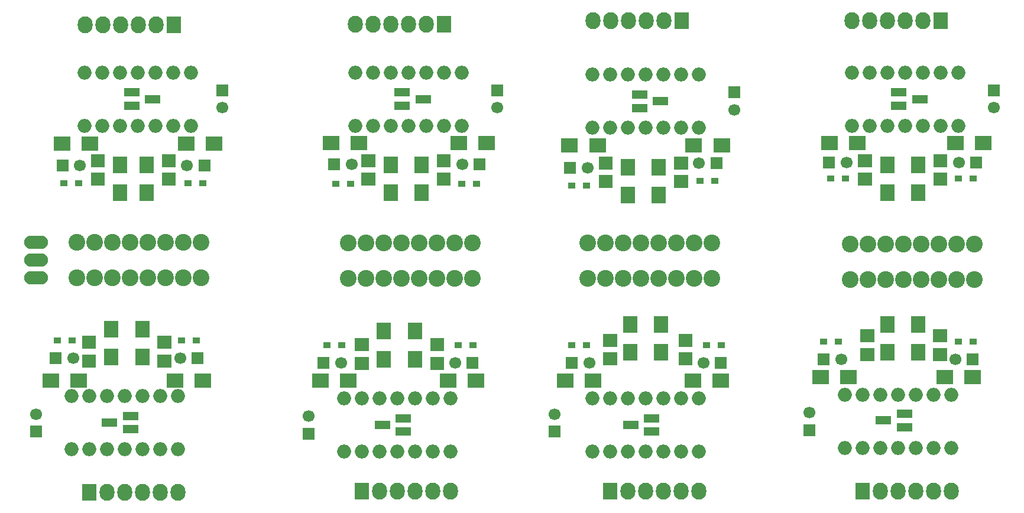
<source format=gts>
G04 #@! TF.FileFunction,Soldermask,Top*
%FSLAX46Y46*%
G04 Gerber Fmt 4.6, Leading zero omitted, Abs format (unit mm)*
G04 Created by KiCad (PCBNEW 4.0.0-stable) date 3/20/2016 3:51:15 PM*
%MOMM*%
G01*
G04 APERTURE LIST*
%ADD10C,0.100000*%
%ADD11O,2.000000X2.000000*%
%ADD12R,1.700000X1.700000*%
%ADD13C,1.700000*%
%ADD14R,0.990000X0.850000*%
%ADD15R,2.100000X2.400000*%
%ADD16R,2.400000X2.100000*%
%ADD17R,2.200860X1.200100*%
%ADD18R,0.798780X1.901140*%
%ADD19R,2.127200X2.432000*%
%ADD20O,2.127200X2.432000*%
%ADD21C,2.400000*%
%ADD22O,3.414980X1.906220*%
G04 APERTURE END LIST*
D10*
D11*
X66357500Y-62547500D03*
X63817500Y-62547500D03*
X61277500Y-62547500D03*
X58737500Y-62547500D03*
X56197500Y-62547500D03*
X53657500Y-62547500D03*
X51117500Y-62547500D03*
X51117500Y-70167500D03*
X53657500Y-70167500D03*
X56197500Y-70167500D03*
X58737500Y-70167500D03*
X61277500Y-70167500D03*
X63817500Y-70167500D03*
X66357500Y-70167500D03*
D12*
X70802500Y-65087500D03*
D13*
X70802500Y-67587500D03*
D12*
X110172500Y-65087500D03*
D13*
X110172500Y-67587500D03*
D12*
X144145000Y-65405000D03*
D13*
X144145000Y-67905000D03*
D12*
X181292500Y-65087500D03*
D13*
X181292500Y-67587500D03*
D12*
X44132500Y-113982500D03*
D13*
X44132500Y-111482500D03*
D12*
X83185000Y-114300000D03*
D13*
X83185000Y-111800000D03*
D12*
X118427500Y-113982500D03*
D13*
X118427500Y-111482500D03*
D12*
X154940000Y-113792000D03*
D13*
X154940000Y-111292000D03*
D14*
X48157500Y-78422500D03*
X50267500Y-78422500D03*
X68047500Y-78422500D03*
X65937500Y-78422500D03*
X87083000Y-78486000D03*
X89193000Y-78486000D03*
X107227000Y-78486000D03*
X105117000Y-78486000D03*
X120865000Y-78740000D03*
X122975000Y-78740000D03*
X141390000Y-78105000D03*
X139280000Y-78105000D03*
X157949000Y-77724000D03*
X160059000Y-77724000D03*
X178347000Y-77724000D03*
X176237000Y-77724000D03*
X67095000Y-100965000D03*
X64985000Y-100965000D03*
X47205000Y-100965000D03*
X49315000Y-100965000D03*
X106719000Y-101600000D03*
X104609000Y-101600000D03*
X85813000Y-101600000D03*
X87923000Y-101600000D03*
X142279000Y-101600000D03*
X140169000Y-101600000D03*
X120865000Y-101600000D03*
X122975000Y-101600000D03*
X178347000Y-101092000D03*
X176237000Y-101092000D03*
X156933000Y-101092000D03*
X159043000Y-101092000D03*
D15*
X60007500Y-79787500D03*
X60007500Y-75787500D03*
X56197500Y-79787500D03*
X56197500Y-75787500D03*
D16*
X47847500Y-72707500D03*
X51847500Y-72707500D03*
X69627500Y-72707500D03*
X65627500Y-72707500D03*
D15*
X99377500Y-79787500D03*
X99377500Y-75787500D03*
X94932500Y-79787500D03*
X94932500Y-75787500D03*
D16*
X86392000Y-72644000D03*
X90392000Y-72644000D03*
X108680000Y-72644000D03*
X104680000Y-72644000D03*
D15*
X133350000Y-80105000D03*
X133350000Y-76105000D03*
X128905000Y-80105000D03*
X128905000Y-76105000D03*
D16*
X120555000Y-73025000D03*
X124555000Y-73025000D03*
X142335000Y-73025000D03*
X138335000Y-73025000D03*
D15*
X170497500Y-79787500D03*
X170497500Y-75787500D03*
X166052500Y-79787500D03*
X166052500Y-75787500D03*
D16*
X157766000Y-72644000D03*
X161766000Y-72644000D03*
X179800000Y-72644000D03*
X175800000Y-72644000D03*
D15*
X54927500Y-99282500D03*
X54927500Y-103282500D03*
X59372500Y-99282500D03*
X59372500Y-103282500D03*
D16*
X68040000Y-106680000D03*
X64040000Y-106680000D03*
X46260000Y-106680000D03*
X50260000Y-106680000D03*
D15*
X93980000Y-99600000D03*
X93980000Y-103600000D03*
X98425000Y-99600000D03*
X98425000Y-103600000D03*
D16*
X107156000Y-106680000D03*
X103156000Y-106680000D03*
X84868000Y-106680000D03*
X88868000Y-106680000D03*
D15*
X129222500Y-98647500D03*
X129222500Y-102647500D03*
X133667500Y-98647500D03*
X133667500Y-102647500D03*
D16*
X142208000Y-106680000D03*
X138208000Y-106680000D03*
X119920000Y-106680000D03*
X123920000Y-106680000D03*
D15*
X166052500Y-98647500D03*
X166052500Y-102647500D03*
X170497500Y-98647500D03*
X170497500Y-102647500D03*
D16*
X178276000Y-106172000D03*
X174276000Y-106172000D03*
X156496000Y-106172000D03*
X160496000Y-106172000D03*
D17*
X57871360Y-65407500D03*
X57871360Y-67307500D03*
X60873640Y-66357500D03*
D18*
X53672740Y-75186540D03*
X53022500Y-75186540D03*
X52372260Y-75186540D03*
X52372260Y-77848460D03*
X53022500Y-77848460D03*
X53672740Y-77848460D03*
X63832740Y-75186540D03*
X63182500Y-75186540D03*
X62532260Y-75186540D03*
X62532260Y-77848460D03*
X63182500Y-77848460D03*
X63832740Y-77848460D03*
D17*
X96606360Y-65407500D03*
X96606360Y-67307500D03*
X99608640Y-66357500D03*
D18*
X92407740Y-75186540D03*
X91757500Y-75186540D03*
X91107260Y-75186540D03*
X91107260Y-77848460D03*
X91757500Y-77848460D03*
X92407740Y-77848460D03*
X103202740Y-75186540D03*
X102552500Y-75186540D03*
X101902260Y-75186540D03*
X101902260Y-77848460D03*
X102552500Y-77848460D03*
X103202740Y-77848460D03*
D17*
X130578860Y-65725000D03*
X130578860Y-67625000D03*
X133581140Y-66675000D03*
D18*
X126380240Y-75504040D03*
X125730000Y-75504040D03*
X125079760Y-75504040D03*
X125079760Y-78165960D03*
X125730000Y-78165960D03*
X126380240Y-78165960D03*
X137175240Y-75504040D03*
X136525000Y-75504040D03*
X135874760Y-75504040D03*
X135874760Y-78165960D03*
X136525000Y-78165960D03*
X137175240Y-78165960D03*
D17*
X167726360Y-65407500D03*
X167726360Y-67307500D03*
X170728640Y-66357500D03*
D18*
X163527740Y-75186540D03*
X162877500Y-75186540D03*
X162227260Y-75186540D03*
X162227260Y-77848460D03*
X162877500Y-77848460D03*
X163527740Y-77848460D03*
X174322740Y-75186540D03*
X173672500Y-75186540D03*
X173022260Y-75186540D03*
X173022260Y-77848460D03*
X173672500Y-77848460D03*
X174322740Y-77848460D03*
D17*
X57698640Y-113662500D03*
X57698640Y-111762500D03*
X54696360Y-112712500D03*
D18*
X61897260Y-103883460D03*
X62547500Y-103883460D03*
X63197740Y-103883460D03*
X63197740Y-101221540D03*
X62547500Y-101221540D03*
X61897260Y-101221540D03*
X51102260Y-103883460D03*
X51752500Y-103883460D03*
X52402740Y-103883460D03*
X52402740Y-101221540D03*
X51752500Y-101221540D03*
X51102260Y-101221540D03*
D17*
X96751140Y-113980000D03*
X96751140Y-112080000D03*
X93748860Y-113030000D03*
D18*
X100949760Y-104200960D03*
X101600000Y-104200960D03*
X102250240Y-104200960D03*
X102250240Y-101539040D03*
X101600000Y-101539040D03*
X100949760Y-101539040D03*
X90154760Y-104200960D03*
X90805000Y-104200960D03*
X91455240Y-104200960D03*
X91455240Y-101539040D03*
X90805000Y-101539040D03*
X90154760Y-101539040D03*
D17*
X132311140Y-113980000D03*
X132311140Y-112080000D03*
X129308860Y-113030000D03*
D18*
X136509760Y-103565960D03*
X137160000Y-103565960D03*
X137810240Y-103565960D03*
X137810240Y-100904040D03*
X137160000Y-100904040D03*
X136509760Y-100904040D03*
X125714760Y-103565960D03*
X126365000Y-103565960D03*
X127015240Y-103565960D03*
X127015240Y-100904040D03*
X126365000Y-100904040D03*
X125714760Y-100904040D03*
D17*
X168506140Y-113345000D03*
X168506140Y-111445000D03*
X165503860Y-112395000D03*
D18*
X172958760Y-102930960D03*
X173609000Y-102930960D03*
X174259240Y-102930960D03*
X174259240Y-100269040D03*
X173609000Y-100269040D03*
X172958760Y-100269040D03*
X162544760Y-102930960D03*
X163195000Y-102930960D03*
X163845240Y-102930960D03*
X163845240Y-100269040D03*
X163195000Y-100269040D03*
X162544760Y-100269040D03*
D11*
X160020000Y-116332000D03*
X162560000Y-116332000D03*
X165100000Y-116332000D03*
X167640000Y-116332000D03*
X170180000Y-116332000D03*
X172720000Y-116332000D03*
X175260000Y-116332000D03*
X175260000Y-108712000D03*
X172720000Y-108712000D03*
X170180000Y-108712000D03*
X167640000Y-108712000D03*
X165100000Y-108712000D03*
X162560000Y-108712000D03*
X160020000Y-108712000D03*
X123825000Y-116840000D03*
X126365000Y-116840000D03*
X128905000Y-116840000D03*
X131445000Y-116840000D03*
X133985000Y-116840000D03*
X136525000Y-116840000D03*
X139065000Y-116840000D03*
X139065000Y-109220000D03*
X136525000Y-109220000D03*
X133985000Y-109220000D03*
X131445000Y-109220000D03*
X128905000Y-109220000D03*
X126365000Y-109220000D03*
X123825000Y-109220000D03*
X88265000Y-116840000D03*
X90805000Y-116840000D03*
X93345000Y-116840000D03*
X95885000Y-116840000D03*
X98425000Y-116840000D03*
X100965000Y-116840000D03*
X103505000Y-116840000D03*
X103505000Y-109220000D03*
X100965000Y-109220000D03*
X98425000Y-109220000D03*
X95885000Y-109220000D03*
X93345000Y-109220000D03*
X90805000Y-109220000D03*
X88265000Y-109220000D03*
X49212500Y-116522500D03*
X51752500Y-116522500D03*
X54292500Y-116522500D03*
X56832500Y-116522500D03*
X59372500Y-116522500D03*
X61912500Y-116522500D03*
X64452500Y-116522500D03*
X64452500Y-108902500D03*
X61912500Y-108902500D03*
X59372500Y-108902500D03*
X56832500Y-108902500D03*
X54292500Y-108902500D03*
X51752500Y-108902500D03*
X49212500Y-108902500D03*
X176212500Y-62547500D03*
X173672500Y-62547500D03*
X171132500Y-62547500D03*
X168592500Y-62547500D03*
X166052500Y-62547500D03*
X163512500Y-62547500D03*
X160972500Y-62547500D03*
X160972500Y-70167500D03*
X163512500Y-70167500D03*
X166052500Y-70167500D03*
X168592500Y-70167500D03*
X171132500Y-70167500D03*
X173672500Y-70167500D03*
X176212500Y-70167500D03*
X139065000Y-62865000D03*
X136525000Y-62865000D03*
X133985000Y-62865000D03*
X131445000Y-62865000D03*
X128905000Y-62865000D03*
X126365000Y-62865000D03*
X123825000Y-62865000D03*
X123825000Y-70485000D03*
X126365000Y-70485000D03*
X128905000Y-70485000D03*
X131445000Y-70485000D03*
X133985000Y-70485000D03*
X136525000Y-70485000D03*
X139065000Y-70485000D03*
X105092500Y-62547500D03*
X102552500Y-62547500D03*
X100012500Y-62547500D03*
X97472500Y-62547500D03*
X94932500Y-62547500D03*
X92392500Y-62547500D03*
X89852500Y-62547500D03*
X89852500Y-70167500D03*
X92392500Y-70167500D03*
X94932500Y-70167500D03*
X97472500Y-70167500D03*
X100012500Y-70167500D03*
X102552500Y-70167500D03*
X105092500Y-70167500D03*
D12*
X47942500Y-75882500D03*
D13*
X50442500Y-75882500D03*
D12*
X68262500Y-75882500D03*
D13*
X65762500Y-75882500D03*
D12*
X86868000Y-75692000D03*
D13*
X89368000Y-75692000D03*
D12*
X107696000Y-75692000D03*
D13*
X105196000Y-75692000D03*
D12*
X120650000Y-76200000D03*
D13*
X123150000Y-76200000D03*
D12*
X141605000Y-75565000D03*
D13*
X139105000Y-75565000D03*
D12*
X157734000Y-75438000D03*
D13*
X160234000Y-75438000D03*
D12*
X178816000Y-75438000D03*
D13*
X176316000Y-75438000D03*
D12*
X67310000Y-103505000D03*
D13*
X64810000Y-103505000D03*
D12*
X46990000Y-103505000D03*
D13*
X49490000Y-103505000D03*
D12*
X106680000Y-104140000D03*
D13*
X104180000Y-104140000D03*
D12*
X85344000Y-104140000D03*
D13*
X87844000Y-104140000D03*
D12*
X142240000Y-104140000D03*
D13*
X139740000Y-104140000D03*
D12*
X120904000Y-104140000D03*
D13*
X123404000Y-104140000D03*
D12*
X178308000Y-103632000D03*
D13*
X175808000Y-103632000D03*
D12*
X156972000Y-103632000D03*
D13*
X159472000Y-103632000D03*
D19*
X63881000Y-55753000D03*
D20*
X61341000Y-55753000D03*
X58801000Y-55753000D03*
X56261000Y-55753000D03*
X53721000Y-55753000D03*
X51181000Y-55753000D03*
D19*
X102616000Y-55626000D03*
D20*
X100076000Y-55626000D03*
X97536000Y-55626000D03*
X94996000Y-55626000D03*
X92456000Y-55626000D03*
X89916000Y-55626000D03*
D19*
X136652000Y-55118000D03*
D20*
X134112000Y-55118000D03*
X131572000Y-55118000D03*
X129032000Y-55118000D03*
X126492000Y-55118000D03*
X123952000Y-55118000D03*
D19*
X173736000Y-55118000D03*
D20*
X171196000Y-55118000D03*
X168656000Y-55118000D03*
X166116000Y-55118000D03*
X163576000Y-55118000D03*
X161036000Y-55118000D03*
D19*
X51765200Y-122682000D03*
D20*
X54305200Y-122682000D03*
X56845200Y-122682000D03*
X59385200Y-122682000D03*
X61925200Y-122682000D03*
X64465200Y-122682000D03*
D19*
X90805000Y-122555000D03*
D20*
X93345000Y-122555000D03*
X95885000Y-122555000D03*
X98425000Y-122555000D03*
X100965000Y-122555000D03*
X103505000Y-122555000D03*
D19*
X126365000Y-122555000D03*
D20*
X128905000Y-122555000D03*
X131445000Y-122555000D03*
X133985000Y-122555000D03*
X136525000Y-122555000D03*
X139065000Y-122555000D03*
D19*
X162560000Y-122555000D03*
D20*
X165100000Y-122555000D03*
X167640000Y-122555000D03*
X170180000Y-122555000D03*
X172720000Y-122555000D03*
X175260000Y-122555000D03*
D21*
X178562000Y-87122000D03*
X176022000Y-87122000D03*
X173482000Y-87122000D03*
X170942000Y-87122000D03*
X168402000Y-87122000D03*
X165862000Y-87122000D03*
X163322000Y-87122000D03*
X160782000Y-87122000D03*
X160782000Y-87122000D03*
X163322000Y-87122000D03*
X165862000Y-87122000D03*
X168402000Y-87122000D03*
X170942000Y-87122000D03*
X173482000Y-87122000D03*
X176022000Y-87122000D03*
X178562000Y-87122000D03*
X178562000Y-92202000D03*
X176022000Y-92202000D03*
X173482000Y-92202000D03*
X170942000Y-92202000D03*
X168402000Y-92202000D03*
X165862000Y-92202000D03*
X163322000Y-92202000D03*
X160782000Y-92202000D03*
X160782000Y-92202000D03*
X163322000Y-92202000D03*
X165862000Y-92202000D03*
X168402000Y-92202000D03*
X170942000Y-92202000D03*
X173482000Y-92202000D03*
X176022000Y-92202000D03*
X178562000Y-92202000D03*
X140970000Y-86995000D03*
X138430000Y-86995000D03*
X135890000Y-86995000D03*
X133350000Y-86995000D03*
X130810000Y-86995000D03*
X128270000Y-86995000D03*
X125730000Y-86995000D03*
X123190000Y-86995000D03*
X123190000Y-86995000D03*
X125730000Y-86995000D03*
X128270000Y-86995000D03*
X130810000Y-86995000D03*
X133350000Y-86995000D03*
X135890000Y-86995000D03*
X138430000Y-86995000D03*
X140970000Y-86995000D03*
X140970000Y-92075000D03*
X138430000Y-92075000D03*
X135890000Y-92075000D03*
X133350000Y-92075000D03*
X130810000Y-92075000D03*
X128270000Y-92075000D03*
X125730000Y-92075000D03*
X123190000Y-92075000D03*
X123190000Y-92075000D03*
X125730000Y-92075000D03*
X128270000Y-92075000D03*
X130810000Y-92075000D03*
X133350000Y-92075000D03*
X135890000Y-92075000D03*
X138430000Y-92075000D03*
X140970000Y-92075000D03*
X106680000Y-86995000D03*
X104140000Y-86995000D03*
X101600000Y-86995000D03*
X99060000Y-86995000D03*
X96520000Y-86995000D03*
X93980000Y-86995000D03*
X91440000Y-86995000D03*
X88900000Y-86995000D03*
X88900000Y-86995000D03*
X91440000Y-86995000D03*
X93980000Y-86995000D03*
X96520000Y-86995000D03*
X99060000Y-86995000D03*
X101600000Y-86995000D03*
X104140000Y-86995000D03*
X106680000Y-86995000D03*
X106680000Y-92075000D03*
X104140000Y-92075000D03*
X101600000Y-92075000D03*
X99060000Y-92075000D03*
X96520000Y-92075000D03*
X93980000Y-92075000D03*
X91440000Y-92075000D03*
X88900000Y-92075000D03*
X88900000Y-92075000D03*
X91440000Y-92075000D03*
X93980000Y-92075000D03*
X96520000Y-92075000D03*
X99060000Y-92075000D03*
X101600000Y-92075000D03*
X104140000Y-92075000D03*
X106680000Y-92075000D03*
X67818000Y-86868000D03*
X65278000Y-86868000D03*
X62738000Y-86868000D03*
X60198000Y-86868000D03*
X57658000Y-86868000D03*
X55118000Y-86868000D03*
X52578000Y-86868000D03*
X50038000Y-86868000D03*
X50038000Y-86868000D03*
X52578000Y-86868000D03*
X55118000Y-86868000D03*
X57658000Y-86868000D03*
X60198000Y-86868000D03*
X62738000Y-86868000D03*
X65278000Y-86868000D03*
X67818000Y-86868000D03*
X67818000Y-91948000D03*
X65278000Y-91948000D03*
X62738000Y-91948000D03*
X60198000Y-91948000D03*
X57658000Y-91948000D03*
X55118000Y-91948000D03*
X52578000Y-91948000D03*
X50038000Y-91948000D03*
X50038000Y-91948000D03*
X52578000Y-91948000D03*
X55118000Y-91948000D03*
X57658000Y-91948000D03*
X60198000Y-91948000D03*
X62738000Y-91948000D03*
X65278000Y-91948000D03*
X67818000Y-91948000D03*
D22*
X44196000Y-91948000D03*
X44196000Y-89408000D03*
X44196000Y-86868000D03*
M02*

</source>
